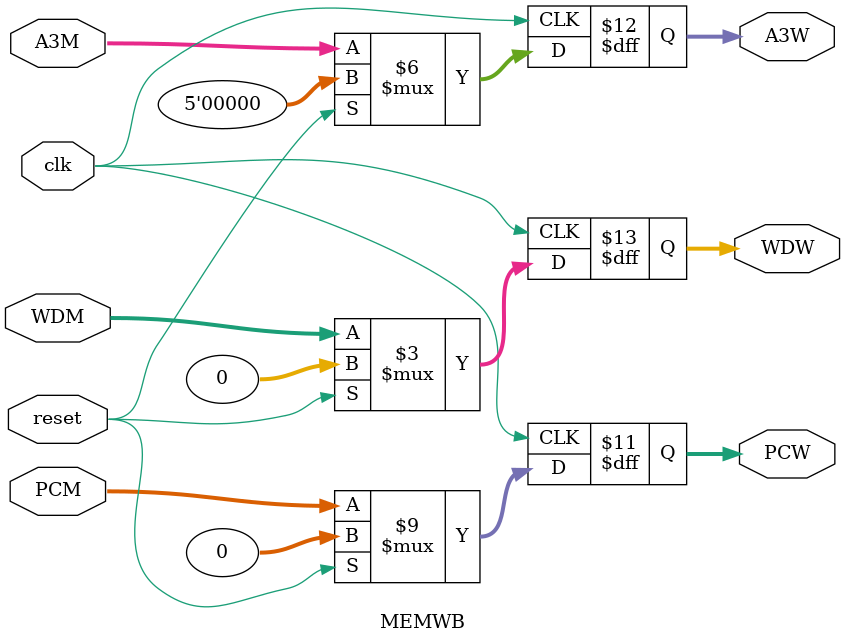
<source format=v>
`timescale 1ns / 1ps
module MEMWB(
    input clk,
    input reset,
	
    input [31:0] PCM,
    input [4:0] A3M,
    input [31:0] WDM,
	
    output reg [31:0] PCW,
    output reg [4:0] A3W,
    output reg [31:0] WDW
    );
	always@(posedge clk) begin
		if(reset) begin
			PCW = 0;
			A3W = 0;
			WDW = 0;
		end
		else begin
			PCW = PCM;
			A3W = A3M;
			WDW = WDM;
		end
	end
endmodule

</source>
